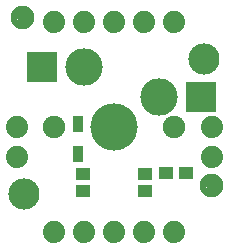
<source format=gbr>
G04 EAGLE Gerber RS-274X export*
G75*
%MOMM*%
%FSLAX34Y34*%
%LPD*%
%INSoldermask Top*%
%IPPOS*%
%AMOC8*
5,1,8,0,0,1.08239X$1,22.5*%
G01*
%ADD10C,2.641600*%
%ADD11C,1.101600*%
%ADD12C,0.469900*%
%ADD13R,2.651600X2.601600*%
%ADD14C,4.001600*%
%ADD15C,3.165100*%
%ADD16C,1.915100*%
%ADD17R,1.301600X1.001600*%
%ADD18R,0.901600X1.451600*%
%ADD19C,1.879600*%
%ADD20R,1.176600X1.101600*%


D10*
X171450Y152400D03*
X19050Y38100D03*
D11*
X177800Y45720D03*
D12*
X177800Y53220D02*
X177619Y53218D01*
X177438Y53211D01*
X177257Y53200D01*
X177076Y53185D01*
X176896Y53165D01*
X176716Y53141D01*
X176537Y53113D01*
X176359Y53080D01*
X176182Y53043D01*
X176005Y53002D01*
X175830Y52957D01*
X175655Y52907D01*
X175482Y52853D01*
X175311Y52795D01*
X175140Y52733D01*
X174972Y52666D01*
X174805Y52596D01*
X174639Y52522D01*
X174476Y52443D01*
X174315Y52361D01*
X174155Y52275D01*
X173998Y52185D01*
X173843Y52091D01*
X173690Y51994D01*
X173540Y51892D01*
X173392Y51788D01*
X173246Y51679D01*
X173104Y51568D01*
X172964Y51452D01*
X172827Y51334D01*
X172692Y51212D01*
X172561Y51087D01*
X172433Y50959D01*
X172308Y50828D01*
X172186Y50693D01*
X172068Y50556D01*
X171952Y50416D01*
X171841Y50274D01*
X171732Y50128D01*
X171628Y49980D01*
X171526Y49830D01*
X171429Y49677D01*
X171335Y49522D01*
X171245Y49365D01*
X171159Y49205D01*
X171077Y49044D01*
X170998Y48881D01*
X170924Y48715D01*
X170854Y48548D01*
X170787Y48380D01*
X170725Y48209D01*
X170667Y48038D01*
X170613Y47865D01*
X170563Y47690D01*
X170518Y47515D01*
X170477Y47338D01*
X170440Y47161D01*
X170407Y46983D01*
X170379Y46804D01*
X170355Y46624D01*
X170335Y46444D01*
X170320Y46263D01*
X170309Y46082D01*
X170302Y45901D01*
X170300Y45720D01*
X177800Y53220D02*
X177981Y53218D01*
X178162Y53211D01*
X178343Y53200D01*
X178524Y53185D01*
X178704Y53165D01*
X178884Y53141D01*
X179063Y53113D01*
X179241Y53080D01*
X179418Y53043D01*
X179595Y53002D01*
X179770Y52957D01*
X179945Y52907D01*
X180118Y52853D01*
X180289Y52795D01*
X180460Y52733D01*
X180628Y52666D01*
X180795Y52596D01*
X180961Y52522D01*
X181124Y52443D01*
X181285Y52361D01*
X181445Y52275D01*
X181602Y52185D01*
X181757Y52091D01*
X181910Y51994D01*
X182060Y51892D01*
X182208Y51788D01*
X182354Y51679D01*
X182496Y51568D01*
X182636Y51452D01*
X182773Y51334D01*
X182908Y51212D01*
X183039Y51087D01*
X183167Y50959D01*
X183292Y50828D01*
X183414Y50693D01*
X183532Y50556D01*
X183648Y50416D01*
X183759Y50274D01*
X183868Y50128D01*
X183972Y49980D01*
X184074Y49830D01*
X184171Y49677D01*
X184265Y49522D01*
X184355Y49365D01*
X184441Y49205D01*
X184523Y49044D01*
X184602Y48881D01*
X184676Y48715D01*
X184746Y48548D01*
X184813Y48380D01*
X184875Y48209D01*
X184933Y48038D01*
X184987Y47865D01*
X185037Y47690D01*
X185082Y47515D01*
X185123Y47338D01*
X185160Y47161D01*
X185193Y46983D01*
X185221Y46804D01*
X185245Y46624D01*
X185265Y46444D01*
X185280Y46263D01*
X185291Y46082D01*
X185298Y45901D01*
X185300Y45720D01*
X185298Y45539D01*
X185291Y45358D01*
X185280Y45177D01*
X185265Y44996D01*
X185245Y44816D01*
X185221Y44636D01*
X185193Y44457D01*
X185160Y44279D01*
X185123Y44102D01*
X185082Y43925D01*
X185037Y43750D01*
X184987Y43575D01*
X184933Y43402D01*
X184875Y43231D01*
X184813Y43060D01*
X184746Y42892D01*
X184676Y42725D01*
X184602Y42559D01*
X184523Y42396D01*
X184441Y42235D01*
X184355Y42075D01*
X184265Y41918D01*
X184171Y41763D01*
X184074Y41610D01*
X183972Y41460D01*
X183868Y41312D01*
X183759Y41166D01*
X183648Y41024D01*
X183532Y40884D01*
X183414Y40747D01*
X183292Y40612D01*
X183167Y40481D01*
X183039Y40353D01*
X182908Y40228D01*
X182773Y40106D01*
X182636Y39988D01*
X182496Y39872D01*
X182354Y39761D01*
X182208Y39652D01*
X182060Y39548D01*
X181910Y39446D01*
X181757Y39349D01*
X181602Y39255D01*
X181445Y39165D01*
X181285Y39079D01*
X181124Y38997D01*
X180961Y38918D01*
X180795Y38844D01*
X180628Y38774D01*
X180460Y38707D01*
X180289Y38645D01*
X180118Y38587D01*
X179945Y38533D01*
X179770Y38483D01*
X179595Y38438D01*
X179418Y38397D01*
X179241Y38360D01*
X179063Y38327D01*
X178884Y38299D01*
X178704Y38275D01*
X178524Y38255D01*
X178343Y38240D01*
X178162Y38229D01*
X177981Y38222D01*
X177800Y38220D01*
X177619Y38222D01*
X177438Y38229D01*
X177257Y38240D01*
X177076Y38255D01*
X176896Y38275D01*
X176716Y38299D01*
X176537Y38327D01*
X176359Y38360D01*
X176182Y38397D01*
X176005Y38438D01*
X175830Y38483D01*
X175655Y38533D01*
X175482Y38587D01*
X175311Y38645D01*
X175140Y38707D01*
X174972Y38774D01*
X174805Y38844D01*
X174639Y38918D01*
X174476Y38997D01*
X174315Y39079D01*
X174155Y39165D01*
X173998Y39255D01*
X173843Y39349D01*
X173690Y39446D01*
X173540Y39548D01*
X173392Y39652D01*
X173246Y39761D01*
X173104Y39872D01*
X172964Y39988D01*
X172827Y40106D01*
X172692Y40228D01*
X172561Y40353D01*
X172433Y40481D01*
X172308Y40612D01*
X172186Y40747D01*
X172068Y40884D01*
X171952Y41024D01*
X171841Y41166D01*
X171732Y41312D01*
X171628Y41460D01*
X171526Y41610D01*
X171429Y41763D01*
X171335Y41918D01*
X171245Y42075D01*
X171159Y42235D01*
X171077Y42396D01*
X170998Y42559D01*
X170924Y42725D01*
X170854Y42892D01*
X170787Y43060D01*
X170725Y43231D01*
X170667Y43402D01*
X170613Y43575D01*
X170563Y43750D01*
X170518Y43925D01*
X170477Y44102D01*
X170440Y44279D01*
X170407Y44457D01*
X170379Y44636D01*
X170355Y44816D01*
X170335Y44996D01*
X170320Y45177D01*
X170309Y45358D01*
X170302Y45539D01*
X170300Y45720D01*
D11*
X17780Y187960D03*
D12*
X17780Y195460D02*
X17599Y195458D01*
X17418Y195451D01*
X17237Y195440D01*
X17056Y195425D01*
X16876Y195405D01*
X16696Y195381D01*
X16517Y195353D01*
X16339Y195320D01*
X16162Y195283D01*
X15985Y195242D01*
X15810Y195197D01*
X15635Y195147D01*
X15462Y195093D01*
X15291Y195035D01*
X15120Y194973D01*
X14952Y194906D01*
X14785Y194836D01*
X14619Y194762D01*
X14456Y194683D01*
X14295Y194601D01*
X14135Y194515D01*
X13978Y194425D01*
X13823Y194331D01*
X13670Y194234D01*
X13520Y194132D01*
X13372Y194028D01*
X13226Y193919D01*
X13084Y193808D01*
X12944Y193692D01*
X12807Y193574D01*
X12672Y193452D01*
X12541Y193327D01*
X12413Y193199D01*
X12288Y193068D01*
X12166Y192933D01*
X12048Y192796D01*
X11932Y192656D01*
X11821Y192514D01*
X11712Y192368D01*
X11608Y192220D01*
X11506Y192070D01*
X11409Y191917D01*
X11315Y191762D01*
X11225Y191605D01*
X11139Y191445D01*
X11057Y191284D01*
X10978Y191121D01*
X10904Y190955D01*
X10834Y190788D01*
X10767Y190620D01*
X10705Y190449D01*
X10647Y190278D01*
X10593Y190105D01*
X10543Y189930D01*
X10498Y189755D01*
X10457Y189578D01*
X10420Y189401D01*
X10387Y189223D01*
X10359Y189044D01*
X10335Y188864D01*
X10315Y188684D01*
X10300Y188503D01*
X10289Y188322D01*
X10282Y188141D01*
X10280Y187960D01*
X17780Y195460D02*
X17961Y195458D01*
X18142Y195451D01*
X18323Y195440D01*
X18504Y195425D01*
X18684Y195405D01*
X18864Y195381D01*
X19043Y195353D01*
X19221Y195320D01*
X19398Y195283D01*
X19575Y195242D01*
X19750Y195197D01*
X19925Y195147D01*
X20098Y195093D01*
X20269Y195035D01*
X20440Y194973D01*
X20608Y194906D01*
X20775Y194836D01*
X20941Y194762D01*
X21104Y194683D01*
X21265Y194601D01*
X21425Y194515D01*
X21582Y194425D01*
X21737Y194331D01*
X21890Y194234D01*
X22040Y194132D01*
X22188Y194028D01*
X22334Y193919D01*
X22476Y193808D01*
X22616Y193692D01*
X22753Y193574D01*
X22888Y193452D01*
X23019Y193327D01*
X23147Y193199D01*
X23272Y193068D01*
X23394Y192933D01*
X23512Y192796D01*
X23628Y192656D01*
X23739Y192514D01*
X23848Y192368D01*
X23952Y192220D01*
X24054Y192070D01*
X24151Y191917D01*
X24245Y191762D01*
X24335Y191605D01*
X24421Y191445D01*
X24503Y191284D01*
X24582Y191121D01*
X24656Y190955D01*
X24726Y190788D01*
X24793Y190620D01*
X24855Y190449D01*
X24913Y190278D01*
X24967Y190105D01*
X25017Y189930D01*
X25062Y189755D01*
X25103Y189578D01*
X25140Y189401D01*
X25173Y189223D01*
X25201Y189044D01*
X25225Y188864D01*
X25245Y188684D01*
X25260Y188503D01*
X25271Y188322D01*
X25278Y188141D01*
X25280Y187960D01*
X25278Y187779D01*
X25271Y187598D01*
X25260Y187417D01*
X25245Y187236D01*
X25225Y187056D01*
X25201Y186876D01*
X25173Y186697D01*
X25140Y186519D01*
X25103Y186342D01*
X25062Y186165D01*
X25017Y185990D01*
X24967Y185815D01*
X24913Y185642D01*
X24855Y185471D01*
X24793Y185300D01*
X24726Y185132D01*
X24656Y184965D01*
X24582Y184799D01*
X24503Y184636D01*
X24421Y184475D01*
X24335Y184315D01*
X24245Y184158D01*
X24151Y184003D01*
X24054Y183850D01*
X23952Y183700D01*
X23848Y183552D01*
X23739Y183406D01*
X23628Y183264D01*
X23512Y183124D01*
X23394Y182987D01*
X23272Y182852D01*
X23147Y182721D01*
X23019Y182593D01*
X22888Y182468D01*
X22753Y182346D01*
X22616Y182228D01*
X22476Y182112D01*
X22334Y182001D01*
X22188Y181892D01*
X22040Y181788D01*
X21890Y181686D01*
X21737Y181589D01*
X21582Y181495D01*
X21425Y181405D01*
X21265Y181319D01*
X21104Y181237D01*
X20941Y181158D01*
X20775Y181084D01*
X20608Y181014D01*
X20440Y180947D01*
X20269Y180885D01*
X20098Y180827D01*
X19925Y180773D01*
X19750Y180723D01*
X19575Y180678D01*
X19398Y180637D01*
X19221Y180600D01*
X19043Y180567D01*
X18864Y180539D01*
X18684Y180515D01*
X18504Y180495D01*
X18323Y180480D01*
X18142Y180469D01*
X17961Y180462D01*
X17780Y180460D01*
X17599Y180462D01*
X17418Y180469D01*
X17237Y180480D01*
X17056Y180495D01*
X16876Y180515D01*
X16696Y180539D01*
X16517Y180567D01*
X16339Y180600D01*
X16162Y180637D01*
X15985Y180678D01*
X15810Y180723D01*
X15635Y180773D01*
X15462Y180827D01*
X15291Y180885D01*
X15120Y180947D01*
X14952Y181014D01*
X14785Y181084D01*
X14619Y181158D01*
X14456Y181237D01*
X14295Y181319D01*
X14135Y181405D01*
X13978Y181495D01*
X13823Y181589D01*
X13670Y181686D01*
X13520Y181788D01*
X13372Y181892D01*
X13226Y182001D01*
X13084Y182112D01*
X12944Y182228D01*
X12807Y182346D01*
X12672Y182468D01*
X12541Y182593D01*
X12413Y182721D01*
X12288Y182852D01*
X12166Y182987D01*
X12048Y183124D01*
X11932Y183264D01*
X11821Y183406D01*
X11712Y183552D01*
X11608Y183700D01*
X11506Y183850D01*
X11409Y184003D01*
X11315Y184158D01*
X11225Y184315D01*
X11139Y184475D01*
X11057Y184636D01*
X10978Y184799D01*
X10904Y184965D01*
X10834Y185132D01*
X10767Y185300D01*
X10705Y185471D01*
X10647Y185642D01*
X10593Y185815D01*
X10543Y185990D01*
X10498Y186165D01*
X10457Y186342D01*
X10420Y186519D01*
X10387Y186697D01*
X10359Y186876D01*
X10335Y187056D01*
X10315Y187236D01*
X10300Y187417D01*
X10289Y187598D01*
X10282Y187779D01*
X10280Y187960D01*
D13*
X34350Y146050D03*
X168850Y120250D03*
D14*
X95250Y95250D03*
D15*
X69850Y146050D03*
X133350Y120650D03*
D16*
X44450Y95250D03*
X146050Y95250D03*
D17*
X121750Y55760D03*
X121750Y40760D03*
X68750Y55760D03*
X68750Y40760D03*
D18*
X64770Y72390D03*
X64770Y97790D03*
D19*
X146050Y6350D03*
X120650Y6350D03*
X95250Y6350D03*
X69850Y6350D03*
X44450Y6350D03*
X146050Y184150D03*
X120650Y184150D03*
X95250Y184150D03*
X69850Y184150D03*
X44450Y184150D03*
X177800Y69850D03*
X177800Y95250D03*
X12700Y69850D03*
X12700Y95250D03*
D20*
X138820Y55880D03*
X155820Y55880D03*
M02*

</source>
